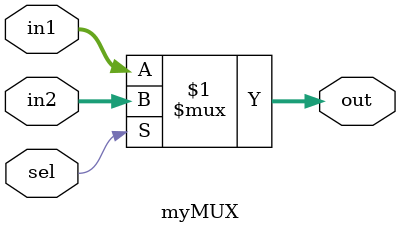
<source format=v>

module myMUX (in1, in2, sel, out);
parameter DATA_WIDTH = 8 ;
input [DATA_WIDTH-1:0] in1,in2;
input sel;
output [DATA_WIDTH-1:0] out;
	assign out = sel?in2:in1;
endmodule
	
</source>
